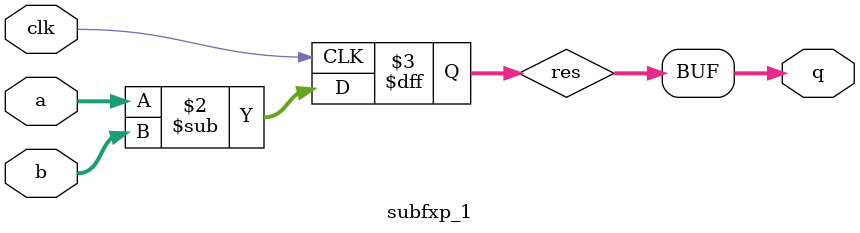
<source format=v>
module subfxp_1(a, b, q, clk);
   parameter width = 16;
   input [width-1:0]  a, b; 
   input                     clk;
   output [width-1:0] q; 
   reg [width-1:0]    res; 
   assign                    q = res;
   always @(posedge clk) begin
     res <= a-b;
   end
endmodule
</source>
